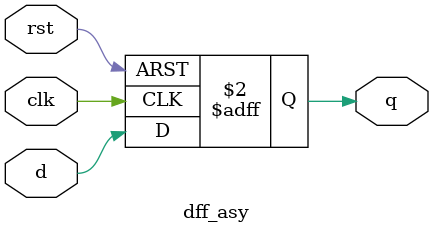
<source format=v>
module dff_asy (q, d, clk, rst);
    input d, clk, rst;
    output reg q;
    
    always @(posedge clk or posedge rst)
        if (rst)
            q <= 0;
        else
            q <= d;
endmodule

</source>
